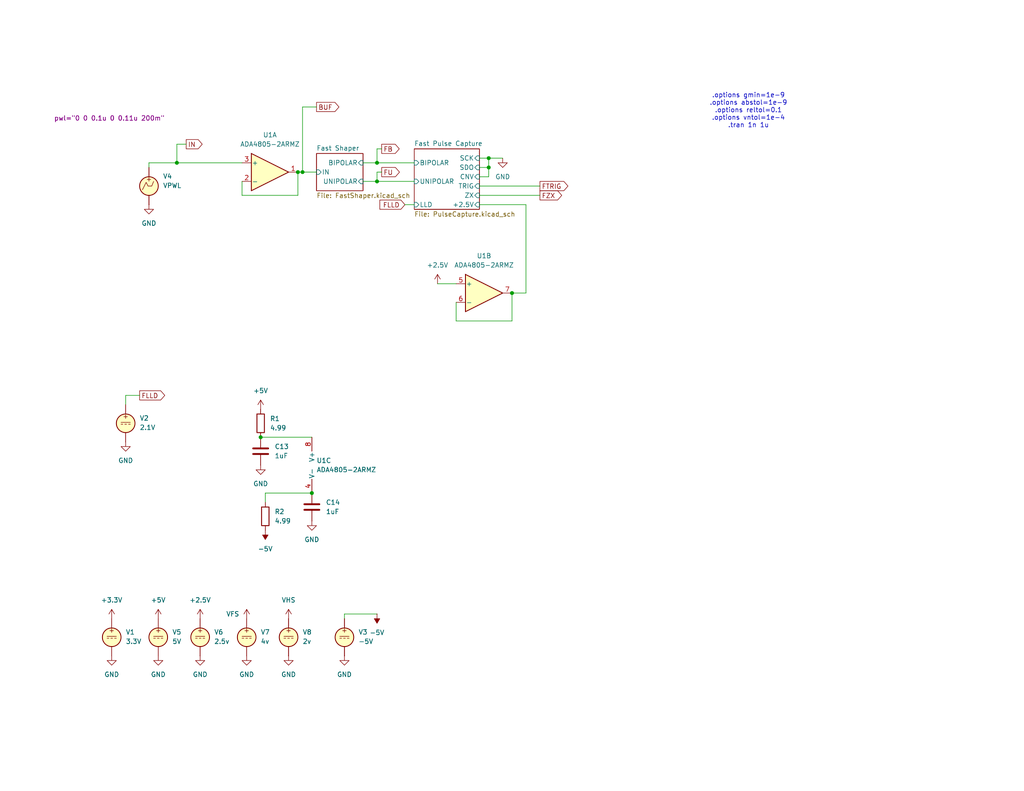
<source format=kicad_sch>
(kicad_sch (version 20250114) (generator "eeschema") (generator_version "9.0")
  (paper "USLetter")
  (title_block (title "QuERI MPU") (date "2024-05-26") (rev "Draft") (company "Noqsi Aerospace Ltd") (comment 1 "15 Blanchard Avenue, Billerica MA 01821") (comment 2 "jpd@noqsi.com"))
  (lib_symbols
    (symbol "ADA4805-2ARMZ_5" (pin_names (offset 0.127))
      (property "Reference" "U" (at 0 5.08 0))
      (property "Value" "ADA4805-2ARMZ" (at 0 -5.08 0))
      (symbol "ADA4805-2ARMZ_5_1_1"
        (polyline (pts (xy -5.08 5.08) (xy 5.08 0) (xy -5.08 -5.08) (xy -5.08 5.08)) (stroke (width 0.254)) (fill (type background)))
        (pin input line (at -7.62 2.54 0) (length 2.54) (name "+") (number "3"))
        (pin input line (at -7.62 -2.54 0) (length 2.54) (name "-") (number "2"))
        (pin output line (at 7.62 0 180) (length 2.54) (name "~") (number "1"))
      )
      (symbol "ADA4805-2ARMZ_5_2_1"
        (polyline (pts (xy -5.08 5.08) (xy 5.08 0) (xy -5.08 -5.08) (xy -5.08 5.08)) (stroke (width 0.254)) (fill (type background)))
        (pin input line (at -7.62 2.54 0) (length 2.54) (name "+") (number "5"))
        (pin input line (at -7.62 -2.54 0) (length 2.54) (name "-") (number "6"))
        (pin output line (at 7.62 0 180) (length 2.54) (name "~") (number "7"))
      )
      (symbol "ADA4805-2ARMZ_5_3_1"
        (pin power_in line (at -2.54 7.62 270) (length 3.81) (name "V+") (number "8"))
        (pin power_in line (at -2.54 -7.62 90) (length 3.81) (name "V-") (number "4"))
      )
    )
    (symbol "ADA4805-2ARMZ_9" (pin_names (offset 0.127))
      (property "Reference" "U" (at 0 5.08 0))
      (property "Value" "ADA4805-2ARMZ" (at 0 -5.08 0))
      (symbol "ADA4805-2ARMZ_9_1_1"
        (polyline (pts (xy -5.08 5.08) (xy 5.08 0) (xy -5.08 -5.08) (xy -5.08 5.08)) (stroke (width 0.254)) (fill (type background)))
        (pin input line (at -7.62 2.54 0) (length 2.54) (name "+") (number "3"))
        (pin input line (at -7.62 -2.54 0) (length 2.54) (name "-") (number "2"))
        (pin output line (at 7.62 0 180) (length 2.54) (name "~") (number "1"))
      )
      (symbol "ADA4805-2ARMZ_9_2_1"
        (polyline (pts (xy -5.08 5.08) (xy 5.08 0) (xy -5.08 -5.08) (xy -5.08 5.08)) (stroke (width 0.254)) (fill (type background)))
        (pin input line (at -7.62 2.54 0) (length 2.54) (name "+") (number "5"))
        (pin input line (at -7.62 -2.54 0) (length 2.54) (name "-") (number "6"))
        (pin output line (at 7.62 0 180) (length 2.54) (name "~") (number "7"))
      )
      (symbol "ADA4805-2ARMZ_9_3_1"
        (pin power_in line (at -2.54 7.62 270) (length 3.81) (name "V+") (number "8"))
        (pin power_in line (at -2.54 -7.62 90) (length 3.81) (name "V-") (number "4"))
      )
    )
    (symbol "QuERI_symbols:+2.5F" (power) (pin_names (offset 0))
      (property "Value" "+2.5F" (at 0 3.556 0))
      (symbol "+2.5F_0_1"
        (polyline (pts (xy -0.762 1.27) (xy 0 2.54)))
        (polyline (pts (xy 0 2.54) (xy 0.762 1.27)))
        (polyline (pts (xy 0 0) (xy 0 2.54)))
      )
      (symbol "+2.5F_1_1"
        (pin power_in line (at 0 0 90) (length 0) (hide yes) (name "+2.5F") (number "1"))
      )
    )
    (symbol "QuERI_symbols:ADA4805-2ARMZ" (pin_names (offset 0.127))
      (property "Reference" "U" (at 0 5.08 0))
      (property "Value" "ADA4805-2ARMZ" (at 0 -5.08 0))
      (symbol "ADA4805-2ARMZ_1_1"
        (polyline (pts (xy -5.08 5.08) (xy 5.08 0) (xy -5.08 -5.08) (xy -5.08 5.08)) (stroke (width 0.254)) (fill (type background)))
        (pin input line (at -7.62 2.54 0) (length 2.54) (name "+") (number "3"))
        (pin input line (at -7.62 -2.54 0) (length 2.54) (name "-") (number "2"))
        (pin output line (at 7.62 0 180) (length 2.54) (name "~") (number "1"))
      )
      (symbol "ADA4805-2ARMZ_2_1"
        (polyline (pts (xy -5.08 5.08) (xy 5.08 0) (xy -5.08 -5.08) (xy -5.08 5.08)) (stroke (width 0.254)) (fill (type background)))
        (pin input line (at -7.62 2.54 0) (length 2.54) (name "+") (number "5"))
        (pin input line (at -7.62 -2.54 0) (length 2.54) (name "-") (number "6"))
        (pin output line (at 7.62 0 180) (length 2.54) (name "~") (number "7"))
      )
      (symbol "ADA4805-2ARMZ_3_1"
        (pin power_in line (at -2.54 7.62 270) (length 3.81) (name "V+") (number "8"))
        (pin power_in line (at -2.54 -7.62 90) (length 3.81) (name "V-") (number "4"))
      )
    )
    (symbol "QuERI_symbols:C" (pin_numbers (hide yes)) (pin_names (offset 0.254))
      (property "Reference" "C" (at 0.635 2.54 0))
      (property "Value" "1uF" (at 0.635 -2.54 0))
      (symbol "C_0_1"
        (polyline (pts (xy -2.032 0.762) (xy 2.032 0.762)) (stroke (width 0.508)))
        (polyline (pts (xy -2.032 -0.762) (xy 2.032 -0.762)) (stroke (width 0.508)))
      )
      (symbol "C_1_1"
        (pin passive line (at 0 3.81 270) (length 2.794) (name "~") (number "1"))
        (pin passive line (at 0 -3.81 90) (length 2.794) (name "~") (number "2"))
      )
    )
    (symbol "QuERI_symbols:Rlowp" (pin_numbers (hide yes)) (pin_names (offset 0))
      (property "Reference" "R" (at 2.032 0 90))
      (property "Value" "Rlowp" (at 0 0 90))
      (symbol "Rlowp_0_1"
        (rectangle (start -1.016 -2.54) (end 1.016 2.54) (stroke (width 0.254)))
      )
      (symbol "Rlowp_1_1"
        (pin passive line (at 0 3.81 270) (length 1.27) (name "~") (number "1"))
        (pin passive line (at 0 -3.81 90) (length 1.27) (name "~") (number "2"))
      )
    )
    (symbol "QuERI_symbols:VFS" (power) (pin_names (offset 0))
      (property "Value" "VFS" (at 0 3.556 0))
      (symbol "VFS_0_1"
        (polyline (pts (xy -0.762 1.27) (xy 0 2.54)))
        (polyline (pts (xy 0 2.54) (xy 0.762 1.27)))
        (polyline (pts (xy 0 0) (xy 0 2.54)))
      )
      (symbol "VFS_1_1"
        (pin power_in line (at 0 0 90) (length 0) (hide yes) (name "+2.5F") (number "1"))
      )
    )
    (symbol "QuERI_symbols:VHS" (power) (pin_names (offset 0))
      (property "Value" "VHS" (at 0 3.556 0))
      (symbol "VHS_0_1"
        (polyline (pts (xy -0.762 1.27) (xy 0 2.54)))
        (polyline (pts (xy 0 2.54) (xy 0.762 1.27)))
        (polyline (pts (xy 0 0) (xy 0 2.54)))
      )
      (symbol "VHS_1_1"
        (pin power_in line (at 0 0 90) (length 0) (hide yes) (name "+2.5F") (number "1"))
      )
    )
    (symbol "Simulation_SPICE:VDC" (pin_numbers (hide yes)) (pin_names (offset 0.0254))
      (property "Reference" "V" (at 2.54 2.54 0))
      (property "Value" "1" (at 2.54 0 0))
      (symbol "VDC_0_0"
        (polyline (pts (xy -1.27 0.254) (xy 1.27 0.254)))
        (polyline (pts (xy -0.762 -0.254) (xy -1.27 -0.254)))
        (polyline (pts (xy 0.254 -0.254) (xy -0.254 -0.254)))
        (polyline (pts (xy 1.27 -0.254) (xy 0.762 -0.254)))
        (text "+" (at 0 1.905 0) (effects (font (size 1.27 1.27))))
      )
      (symbol "VDC_0_1"
        (circle (center 0 0) (radius 2.54) (stroke (width 0.254)) (fill (type background)))
      )
      (symbol "VDC_1_1"
        (pin passive line (at 0 5.08 270) (length 2.54) (name "~") (number "1"))
        (pin passive line (at 0 -5.08 90) (length 2.54) (name "~") (number "2"))
      )
    )
    (symbol "Simulation_SPICE:VPWL" (pin_numbers (hide yes)) (pin_names (offset 0.0254))
      (property "Reference" "V" (at 2.54 2.54 0))
      (property "Value" "VPWL" (at 2.54 0 0))
      (property "Sim.Params" "pwl=\"0 -1 50n -1 51n 0 97n 1 171n -1 200n -1\"" (at 2.54 -2.54 0))
      (symbol "VPWL_0_0"
        (polyline (pts (xy -1.778 -1.016) (xy -0.762 1.016) (xy -0.254 0) (xy 0.762 0) (xy 1.27 1.27)))
        (text "+" (at 0 1.905 0) (effects (font (size 1.27 1.27))))
      )
      (symbol "VPWL_0_1"
        (circle (center 0 0) (radius 2.54) (stroke (width 0.254)) (fill (type background)))
      )
      (symbol "VPWL_1_1"
        (pin passive line (at 0 5.08 270) (length 2.54) (name "~") (number "1"))
        (pin passive line (at 0 -5.08 90) (length 2.54) (name "~") (number "2"))
      )
    )
    (symbol "power:+3.3V" (power) (pin_numbers (hide yes)) (pin_names (offset 0) (hide yes))
      (property "Value" "+3.3V" (at 0 3.556 0))
      (symbol "+3.3V_0_1"
        (polyline (pts (xy -0.762 1.27) (xy 0 2.54)))
        (polyline (pts (xy 0 2.54) (xy 0.762 1.27)))
        (polyline (pts (xy 0 0) (xy 0 2.54)))
      )
      (symbol "+3.3V_1_1"
        (pin power_in line (at 0 0 90) (length 0) (name "~") (number "1"))
      )
    )
    (symbol "power:+5V" (power) (pin_numbers (hide yes)) (pin_names (offset 0) (hide yes))
      (property "Value" "+5V" (at 0 3.556 0))
      (symbol "+5V_0_1"
        (polyline (pts (xy -0.762 1.27) (xy 0 2.54)))
        (polyline (pts (xy 0 2.54) (xy 0.762 1.27)))
        (polyline (pts (xy 0 0) (xy 0 2.54)))
      )
      (symbol "+5V_1_1"
        (pin power_in line (at 0 0 90) (length 0) (name "~") (number "1"))
      )
    )
    (symbol "power:-5V" (power) (pin_numbers (hide yes)) (pin_names (offset 0) (hide yes))
      (property "Value" "-5V" (at 0 3.556 0))
      (symbol "-5V_0_0"
        (pin power_in line (at 0 0 90) (length 0) (name "~") (number "1"))
      )
      (symbol "-5V_0_1"
        (polyline (pts (xy 0 0) (xy 0 1.27) (xy 0.762 1.27) (xy 0 2.54) (xy -0.762 1.27) (xy 0 1.27)) (fill (type outline)))
      )
    )
    (symbol "power:GND" (power) (pin_numbers (hide yes)) (pin_names (offset 0) (hide yes))
      (property "Value" "GND" (at 0 -3.81 0))
      (symbol "GND_0_1"
        (polyline (pts (xy 0 0) (xy 0 -1.27) (xy 1.27 -1.27) (xy 0 -2.54) (xy -1.27 -1.27) (xy 0 -1.27)))
      )
      (symbol "GND_1_1"
        (pin power_in line (at 0 0 270) (length 0) (name "~") (number "1"))
      )
    )
  )
  (text ".options gmin=1e-9\n.options abstol=1e-9\n.options reltol=0.1\n.options vntol=1e-4\n.tran 1n 1u" (at 204.216 30.226 0) (effects (font (size 1.27 1.27))))
  (junction (at 133.35 45.72))
  (junction (at 71.12 119.38))
  (junction (at 139.7 80.01))
  (junction (at 133.35 43.18))
  (junction (at 82.55 46.99))
  (junction (at 102.87 49.53))
  (junction (at 85.09 134.62))
  (junction (at 102.87 44.45))
  (junction (at 81.28 46.99))
  (junction (at 48.26 44.45))
  (wire (pts (xy 102.87 40.64) (xy 102.87 44.45)))
  (wire (pts (xy 99.06 49.53) (xy 102.87 49.53)))
  (wire (pts (xy 48.26 39.37) (xy 48.26 44.45)))
  (wire (pts (xy 130.81 43.18) (xy 133.35 43.18)))
  (wire (pts (xy 130.81 50.8) (xy 147.32 50.8)))
  (wire (pts (xy 66.04 53.34) (xy 81.28 53.34)))
  (wire (pts (xy 130.81 53.34) (xy 147.32 53.34)))
  (wire (pts (xy 124.46 87.63) (xy 139.7 87.63)))
  (wire (pts (xy 34.29 107.95) (xy 34.29 110.49)))
  (wire (pts (xy 102.87 167.64) (xy 93.98 167.64)))
  (wire (pts (xy 124.46 82.55) (xy 124.46 87.63)))
  (wire (pts (xy 38.1 107.95) (xy 34.29 107.95)))
  (wire (pts (xy 71.12 119.38) (xy 85.09 119.38)))
  (wire (pts (xy 143.51 80.01) (xy 143.51 55.88)))
  (wire (pts (xy 102.87 44.45) (xy 113.03 44.45)))
  (wire (pts (xy 130.81 48.26) (xy 133.35 48.26)))
  (wire (pts (xy 50.8 39.37) (xy 48.26 39.37)))
  (wire (pts (xy 72.39 134.62) (xy 85.09 134.62)))
  (wire (pts (xy 119.38 77.47) (xy 124.46 77.47)))
  (wire (pts (xy 110.49 55.88) (xy 113.03 55.88)))
  (wire (pts (xy 48.26 44.45) (xy 66.04 44.45)))
  (wire (pts (xy 66.04 49.53) (xy 66.04 53.34)))
  (wire (pts (xy 102.87 49.53) (xy 113.03 49.53)))
  (wire (pts (xy 72.39 137.16) (xy 72.39 134.62)))
  (wire (pts (xy 133.35 45.72) (xy 133.35 43.18)))
  (wire (pts (xy 40.64 44.45) (xy 40.64 45.72)))
  (wire (pts (xy 104.14 40.64) (xy 102.87 40.64)))
  (wire (pts (xy 40.64 44.45) (xy 48.26 44.45)))
  (wire (pts (xy 102.87 46.99) (xy 102.87 49.53)))
  (wire (pts (xy 139.7 80.01) (xy 143.51 80.01)))
  (wire (pts (xy 82.55 29.21) (xy 82.55 46.99)))
  (wire (pts (xy 81.28 46.99) (xy 82.55 46.99)))
  (wire (pts (xy 139.7 87.63) (xy 139.7 80.01)))
  (wire (pts (xy 86.36 29.21) (xy 82.55 29.21)))
  (wire (pts (xy 133.35 48.26) (xy 133.35 45.72)))
  (wire (pts (xy 143.51 55.88) (xy 130.81 55.88)))
  (wire (pts (xy 133.35 43.18) (xy 137.16 43.18)))
  (wire (pts (xy 81.28 53.34) (xy 81.28 46.99)))
  (wire (pts (xy 104.14 46.99) (xy 102.87 46.99)))
  (wire (pts (xy 130.81 45.72) (xy 133.35 45.72)))
  (wire (pts (xy 82.55 46.99) (xy 86.36 46.99)))
  (wire (pts (xy 93.98 167.64) (xy 93.98 168.91)))
  (wire (pts (xy 99.06 44.45) (xy 102.87 44.45)))
  (global_label "FU" (shape output) (at 104.14 46.99 0) (property "Intersheetrefs" "${INTERSHEET_REFS}" (effects (hide yes))))
  (global_label "BUF" (shape output) (at 86.36 29.21 0) (property "Intersheetrefs" "${INTERSHEET_REFS}" (effects (hide yes))))
  (global_label "FZX" (shape output) (at 147.32 53.34 0) (property "Intersheetrefs" "${INTERSHEET_REFS}" (effects (hide yes))))
  (global_label "FTRIG" (shape output) (at 147.32 50.8 0) (property "Intersheetrefs" "${INTERSHEET_REFS}" (effects (hide yes))))
  (global_label "FLLD" (shape input) (at 110.49 55.88 180) (property "Intersheetrefs" "${INTERSHEET_REFS}" (effects (hide yes))))
  (global_label "FB" (shape output) (at 104.14 40.64 0) (property "Intersheetrefs" "${INTERSHEET_REFS}" (effects (hide yes))))
  (global_label "FLLD" (shape output) (at 38.1 107.95 0) (property "Intersheetrefs" "${INTERSHEET_REFS}" (effects (hide yes))))
  (global_label "IN" (shape output) (at 50.8 39.37 0) (property "Intersheetrefs" "${INTERSHEET_REFS}" (effects (hide yes))))
  (symbol (lib_id "QuERI_symbols:C") (at 85.09 138.43 0) (unit 1)
    (property "Reference" "C14" (at 88.9 137.16 0) (effects (justify left)))
    (property "Value" "1uF" (at 88.9 139.7 0) (effects (justify left)))
    (property "Footprint" "Capacitor_SMD:C_0805_2012Metric" (effects (hide yes)))
    (property "Description" "Unpolarized capacitor" (effects (hide yes)))
    (property "Spec" "16WVDC X7R" (effects (hide yes)))
  )
  (symbol (lib_id "Simulation_SPICE:VDC") (at 93.98 173.99 0) (unit 1)
    (property "Reference" "V3" (at 97.79 172.5901 0) (effects (justify left)))
    (property "Value" "-5V" (at 97.79 175.1301 0) (effects (justify left)))
    (property "Datasheet" "https://ngspice.sourceforge.io/docs/ngspice-html-manual/manual.xhtml#sec_Independent_Sources_for" (effects (hide yes)))
    (property "Description" "Voltage source, DC" (effects (hide yes)))
    (property "Sim.Pins" "1=+ 2=-" (effects (hide yes)))
    (property "Sim.Type" "DC" (effects (hide yes)))
    (property "Sim.Device" "V" (effects (hide yes)))
  )
  (symbol (lib_id "QuERI_symbols:ADA4805-2ARMZ") (at 73.66 46.99 0) (unit 1)
    (property "Reference" "U1" (at 73.66 36.83 0))
    (property "Value" "ADA4805-2ARMZ" (at 73.66 39.37 0))
    (property "Footprint" "Package_SO:MSOP-8_3x3mm_P0.65mm" (effects (hide yes)))
    (property "Datasheet" "https://www.analog.com/media/en/technical-documentation/data-sheets/ADA4805-1_4805-2.pdf" (effects (hide yes)))
    (property "Description" "Dual Operational Amplifiers, DIP-8/SOIC-8/TSSOP-8/VSSOP-8" (effects (hide yes)))
    (property "Sim.Library" "ADA4805_msop.mod" (effects (hide yes)))
    (property "Sim.Name" "ADA4805_msop" (effects (hide yes)))
    (property "Sim.Device" "SUBCKT" (effects (hide yes)))
    (property "Sim.Pins" "1=1 2=2 3=3 4=4 5=5 6=6 7=7 8=8" (effects (hide yes)))
  )
  (symbol (lib_id "Simulation_SPICE:VDC") (at 34.29 115.57 0) (unit 1)
    (property "Reference" "V2" (at 38.1 114.1701 0) (effects (justify left)))
    (property "Value" "2.1V" (at 38.1 116.7101 0) (effects (justify left)))
    (property "Datasheet" "https://ngspice.sourceforge.io/docs/ngspice-html-manual/manual.xhtml#sec_Independent_Sources_for" (effects (hide yes)))
    (property "Description" "Voltage source, DC" (effects (hide yes)))
    (property "Sim.Pins" "1=+ 2=-" (effects (hide yes)))
    (property "Sim.Type" "DC" (effects (hide yes)))
    (property "Sim.Device" "V" (effects (hide yes)))
  )
  (symbol (lib_id "power:GND") (at 85.09 142.24 0) (unit 1)
    (property "Reference" "#PWR037" (effects (hide yes)))
    (property "Value" "GND" (at 85.09 147.32 0))
    (property "Description" "Power symbol creates a global label with name \"GND\" , ground" (effects (hide yes)))
  )
  (symbol (lib_id "Simulation_SPICE:VDC") (at 67.31 173.99 0) (unit 1)
    (property "Reference" "V7" (at 71.12 172.5901 0) (effects (justify left)))
    (property "Value" "4v" (at 71.12 175.1301 0) (effects (justify left)))
    (property "Datasheet" "https://ngspice.sourceforge.io/docs/ngspice-html-manual/manual.xhtml#sec_Independent_Sources_for" (effects (hide yes)))
    (property "Description" "Voltage source, DC" (effects (hide yes)))
    (property "Sim.Pins" "1=+ 2=-" (effects (hide yes)))
    (property "Sim.Type" "DC" (effects (hide yes)))
    (property "Sim.Device" "V" (effects (hide yes)))
  )
  (symbol (lib_id "power:-5V") (at 102.87 167.64 0) (mirror x) (unit 1)
    (property "Reference" "#PWR035" (effects (hide yes)))
    (property "Value" "-5V" (at 102.87 172.72 0))
    (property "Description" "Power symbol creates a global label with name \"-5V\"" (effects (hide yes)))
  )
  (symbol (lib_id "power:-5V") (at 72.39 144.78 0) (mirror x) (unit 1)
    (property "Reference" "#PWR018" (effects (hide yes)))
    (property "Value" "-5V" (at 72.39 149.86 0))
    (property "Description" "Power symbol creates a global label with name \"-5V\"" (effects (hide yes)))
  )
  (symbol (lib_id "power:+3.3V") (at 30.48 168.91 0) (unit 1)
    (property "Reference" "#PWR01" (effects (hide yes)))
    (property "Value" "+3.3V" (at 30.48 163.83 0))
    (property "Description" "Power symbol creates a global label with name \"+3.3V\"" (effects (hide yes)))
  )
  (symbol (lib_id "Simulation_SPICE:VDC") (at 78.74 173.99 0) (unit 1)
    (property "Reference" "V8" (at 82.55 172.5901 0) (effects (justify left)))
    (property "Value" "2v" (at 82.55 175.1301 0) (effects (justify left)))
    (property "Datasheet" "https://ngspice.sourceforge.io/docs/ngspice-html-manual/manual.xhtml#sec_Independent_Sources_for" (effects (hide yes)))
    (property "Description" "Voltage source, DC" (effects (hide yes)))
    (property "Sim.Pins" "1=+ 2=-" (effects (hide yes)))
    (property "Sim.Type" "DC" (effects (hide yes)))
    (property "Sim.Device" "V" (effects (hide yes)))
  )
  (symbol (lib_id "power:GND") (at 71.12 127 0) (unit 1)
    (property "Reference" "#PWR016" (effects (hide yes)))
    (property "Value" "GND" (at 71.12 132.08 0))
    (property "Description" "Power symbol creates a global label with name \"GND\" , ground" (effects (hide yes)))
  )
  (symbol (lib_id "power:GND") (at 34.29 120.65 0) (unit 1)
    (property "Reference" "#PWR03" (effects (hide yes)))
    (property "Value" "GND" (at 34.29 125.73 0))
    (property "Description" "Power symbol creates a global label with name \"GND\" , ground" (effects (hide yes)))
  )
  (symbol (lib_id "QuERI_symbols:Rlowp") (at 72.39 140.97 0) (unit 1)
    (property "Reference" "R2" (at 74.93 139.7 0) (effects (justify left)))
    (property "Value" "4.99" (at 74.93 142.24 0) (effects (justify left)))
    (property "Footprint" "Resistor_SMD:R_0603_1608Metric" (effects (hide yes)))
    (property "Description" "Resistor" (effects (hide yes)))
    (property "Spec" "1% 1/10W" (effects (hide yes)))
  )
  (symbol (lib_id "power:GND") (at 67.31 179.07 0) (unit 1)
    (property "Reference" "#PWR012" (effects (hide yes)))
    (property "Value" "GND" (at 67.31 184.15 0))
    (property "Description" "Power symbol creates a global label with name \"GND\" , ground" (effects (hide yes)))
  )
  (symbol (lib_id "power:GND") (at 93.98 179.07 0) (unit 1)
    (property "Reference" "#PWR04" (effects (hide yes)))
    (property "Value" "GND" (at 93.98 184.15 0))
    (property "Description" "Power symbol creates a global label with name \"GND\" , ground" (effects (hide yes)))
  )
  (symbol (lib_id "power:+5V") (at 71.12 111.76 0) (unit 1)
    (property "Reference" "#PWR015" (effects (hide yes)))
    (property "Value" "+5V" (at 71.12 106.68 0))
    (property "Description" "Power symbol creates a global label with name \"+5V\"" (effects (hide yes)))
  )
  (symbol (lib_id "Simulation_SPICE:VDC") (at 54.61 173.99 0) (unit 1)
    (property "Reference" "V6" (at 58.42 172.5901 0) (effects (justify left)))
    (property "Value" "2.5v" (at 58.42 175.1301 0) (effects (justify left)))
    (property "Datasheet" "https://ngspice.sourceforge.io/docs/ngspice-html-manual/manual.xhtml#sec_Independent_Sources_for" (effects (hide yes)))
    (property "Description" "Voltage source, DC" (effects (hide yes)))
    (property "Sim.Pins" "1=+ 2=-" (effects (hide yes)))
    (property "Sim.Type" "DC" (effects (hide yes)))
    (property "Sim.Device" "V" (effects (hide yes)))
  )
  (symbol (lib_id "QuERI_symbols:C") (at 71.12 123.19 0) (unit 1)
    (property "Reference" "C13" (at 74.93 121.92 0) (effects (justify left)))
    (property "Value" "1uF" (at 74.93 124.46 0) (effects (justify left)))
    (property "Footprint" "Capacitor_SMD:C_0805_2012Metric" (effects (hide yes)))
    (property "Description" "Unpolarized capacitor" (effects (hide yes)))
    (property "Spec" "16WVDC X7R" (effects (hide yes)))
  )
  (symbol (lib_id "power:GND") (at 30.48 179.07 0) (unit 1)
    (property "Reference" "#PWR02" (effects (hide yes)))
    (property "Value" "GND" (at 30.48 184.15 0))
    (property "Description" "Power symbol creates a global label with name \"GND\" , ground" (effects (hide yes)))
  )
  (symbol (lib_id "power:GND") (at 43.18 179.07 0) (unit 1)
    (property "Reference" "#PWR07" (effects (hide yes)))
    (property "Value" "GND" (at 43.18 184.15 0))
    (property "Description" "Power symbol creates a global label with name \"GND\" , ground" (effects (hide yes)))
  )
  (symbol (lib_id "Simulation_SPICE:VDC") (at 30.48 173.99 0) (unit 1)
    (property "Reference" "V1" (at 34.29 172.5901 0) (effects (justify left)))
    (property "Value" "3.3V" (at 34.29 175.1301 0) (effects (justify left)))
    (property "Datasheet" "https://ngspice.sourceforge.io/docs/ngspice-html-manual/manual.xhtml#sec_Independent_Sources_for" (effects (hide yes)))
    (property "Description" "Voltage source, DC" (effects (hide yes)))
    (property "Sim.Pins" "1=+ 2=-" (effects (hide yes)))
    (property "Sim.Type" "DC" (effects (hide yes)))
    (property "Sim.Device" "V" (effects (hide yes)))
  )
  (symbol (lib_name "ADA4805-2ARMZ_5") (lib_id "QuERI_symbols:ADA4805-2ARMZ") (at 132.08 80.01 0) (unit 2)
    (property "Reference" "U1" (at 132.08 69.85 0))
    (property "Value" "ADA4805-2ARMZ" (at 132.08 72.39 0))
    (property "Footprint" "Package_SO:MSOP-8_3x3mm_P0.65mm" (effects (hide yes)))
    (property "Datasheet" "https://www.analog.com/media/en/technical-documentation/data-sheets/ADA4805-1_4805-2.pdf" (effects (hide yes)))
    (property "Description" "Dual Operational Amplifiers, DIP-8/SOIC-8/TSSOP-8/VSSOP-8" (effects (hide yes)))
    (property "Sim.Library" "ADA4805_msop.mod" (effects (hide yes)))
    (property "Sim.Name" "ADA4805_msop" (effects (hide yes)))
    (property "Sim.Device" "SUBCKT" (effects (hide yes)))
    (property "Sim.Pins" "1=1 2=2 3=3 4=4 5=5 6=6 7=7 8=8" (effects (hide yes)))
  )
  (symbol (lib_id "power:GND") (at 40.64 55.88 0) (unit 1)
    (property "Reference" "#PWR05" (effects (hide yes)))
    (property "Value" "GND" (at 40.64 60.96 0))
    (property "Description" "Power symbol creates a global label with name \"GND\" , ground" (effects (hide yes)))
  )
  (symbol (lib_id "QuERI_symbols:VFS") (at 67.31 168.91 0) (unit 1)
    (property "Reference" "#PWR011" (effects (hide yes)))
    (property "Value" "VFS" (at 63.5 167.64 0))
    (property "Description" "Power symbol for full scale ADC voltage" (effects (hide yes)))
  )
  (symbol (lib_id "power:GND") (at 137.16 43.18 0) (unit 1)
    (property "Reference" "#PWR017" (effects (hide yes)))
    (property "Value" "GND" (at 137.16 48.26 0))
    (property "Description" "Power symbol creates a global label with name \"GND\" , ground" (effects (hide yes)))
  )
  (symbol (lib_id "QuERI_symbols:VHS") (at 78.74 168.91 0) (unit 1)
    (property "Reference" "#PWR013" (effects (hide yes)))
    (property "Value" "VHS" (at 78.74 163.83 0))
    (property "Description" "Power symbol for half scale ADC voltage" (effects (hide yes)))
  )
  (symbol (lib_id "QuERI_symbols:Rlowp") (at 71.12 115.57 0) (unit 1)
    (property "Reference" "R1" (at 73.66 114.3 0) (effects (justify left)))
    (property "Value" "4.99" (at 73.66 116.84 0) (effects (justify left)))
    (property "Footprint" "Resistor_SMD:R_0603_1608Metric" (effects (hide yes)))
    (property "Description" "Resistor" (effects (hide yes)))
    (property "Spec" "1% 1/10W" (effects (hide yes)))
  )
  (symbol (lib_id "power:GND") (at 78.74 179.07 0) (unit 1)
    (property "Reference" "#PWR014" (effects (hide yes)))
    (property "Value" "GND" (at 78.74 184.15 0))
    (property "Description" "Power symbol creates a global label with name \"GND\" , ground" (effects (hide yes)))
  )
  (symbol (lib_id "power:+5V") (at 43.18 168.91 0) (unit 1)
    (property "Reference" "#PWR06" (effects (hide yes)))
    (property "Value" "+5V" (at 43.18 163.83 0))
    (property "Description" "Power symbol creates a global label with name \"+5V\"" (effects (hide yes)))
  )
  (symbol (lib_id "QuERI_symbols:+2.5F") (at 119.38 77.47 0) (unit 1)
    (property "Reference" "#PWR010" (effects (hide yes)))
    (property "Value" "+2.5V" (at 119.38 72.39 0))
    (property "Description" "Power symbol creates a global label with name \"+2.5F\"" (effects (hide yes)))
  )
  (symbol (lib_name "ADA4805-2ARMZ_9") (lib_id "QuERI_symbols:ADA4805-2ARMZ") (at 87.63 127 0) (unit 3)
    (property "Reference" "U1" (at 86.36 125.73 0) (effects (justify left)))
    (property "Value" "ADA4805-2ARMZ" (at 86.36 128.27 0) (effects (justify left)))
    (property "Footprint" "Package_SO:MSOP-8_3x3mm_P0.65mm" (effects (hide yes)))
    (property "Datasheet" "https://www.analog.com/media/en/technical-documentation/data-sheets/ADA4805-1_4805-2.pdf" (effects (hide yes)))
    (property "Description" "Dual Operational Amplifiers, DIP-8/SOIC-8/TSSOP-8/VSSOP-8" (effects (hide yes)))
    (property "Sim.Library" "ADA4805_msop.mod" (effects (hide yes)))
    (property "Sim.Name" "ADA4805_msop" (effects (hide yes)))
    (property "Sim.Device" "SUBCKT" (effects (hide yes)))
    (property "Sim.Pins" "1=1 2=2 3=3 4=4 5=5 6=6 7=7 8=8" (effects (hide yes)))
  )
  (symbol (lib_id "power:GND") (at 54.61 179.07 0) (unit 1)
    (property "Reference" "#PWR09" (effects (hide yes)))
    (property "Value" "GND" (at 54.61 184.15 0))
    (property "Description" "Power symbol creates a global label with name \"GND\" , ground" (effects (hide yes)))
  )
  (symbol (lib_id "Simulation_SPICE:VPWL") (at 40.64 50.8 0) (unit 1)
    (property "Reference" "V4" (at 44.45 48.1301 0) (effects (justify left)))
    (property "Value" "VPWL" (at 44.45 50.6701 0) (effects (justify left)))
    (property "Datasheet" "https://ngspice.sourceforge.io/docs/ngspice-html-manual/manual.xhtml#sec_Independent_Sources_for" (effects (hide yes)))
    (property "Description" "Voltage source, piece-wise linear" (effects (hide yes)))
    (property "Sim.Pins" "1=+ 2=-" (effects (hide yes)))
    (property "Sim.Device" "V" (effects (hide yes)))
    (property "Sim.Params" "pwl=\"0 0 0.1u 0 0.11u 200m\"" (at 14.732 32.258 0) (effects (justify left)))
    (property "Sim.Type" "PWL" (effects (hide yes)))
  )
  (symbol (lib_id "QuERI_symbols:+2.5F") (at 54.61 168.91 0) (unit 1)
    (property "Reference" "#PWR08" (effects (hide yes)))
    (property "Value" "+2.5V" (at 54.61 163.83 0))
    (property "Description" "Power symbol creates a global label with name \"+2.5F\"" (effects (hide yes)))
  )
  (symbol (lib_id "Simulation_SPICE:VDC") (at 43.18 173.99 0) (unit 1)
    (property "Reference" "V5" (at 46.99 172.5901 0) (effects (justify left)))
    (property "Value" "5V" (at 46.99 175.1301 0) (effects (justify left)))
    (property "Datasheet" "https://ngspice.sourceforge.io/docs/ngspice-html-manual/manual.xhtml#sec_Independent_Sources_for" (effects (hide yes)))
    (property "Description" "Voltage source, DC" (effects (hide yes)))
    (property "Sim.Pins" "1=+ 2=-" (effects (hide yes)))
    (property "Sim.Type" "DC" (effects (hide yes)))
    (property "Sim.Device" "V" (effects (hide yes)))
  )
  (sheet (at 113.03 40.64) (size 17.78 16.51) (stroke (width 0.1524))
    (property "Sheetname" "Fast Pulse Capture" (at 113.03 39.9284 0) (effects (justify left bottom)))
    (property "Sheetfile" "PulseCapture.kicad_sch" (at 113.03 57.7346 0) (effects (justify left top)))
    (pin "UNIPOLAR" input (at 113.03 49.53 180))
    (pin "BIPOLAR" input (at 113.03 44.45 180))
    (pin "SCK" input (at 130.81 43.18 0))
    (pin "SDO" input (at 130.81 45.72 0))
    (pin "CNV" input (at 130.81 48.26 0))
    (pin "TRIG" input (at 130.81 50.8 0))
    (pin "ZX" input (at 130.81 53.34 0))
    (pin "+2.5V" input (at 130.81 55.88 0))
    (pin "LLD" input (at 113.03 55.88 180))
  )
  (sheet (at 86.36 41.91) (size 12.7 10.16) (stroke (width 0.1524))
    (property "Sheetname" "Fast Shaper" (at 86.36 41.1984 0) (effects (justify left bottom)))
    (property "Sheetfile" "FastShaper.kicad_sch" (at 86.36 52.6546 0) (effects (justify left top)))
    (pin "IN" input (at 86.36 46.99 180))
    (pin "BIPOLAR" input (at 99.06 44.45 0))
    (pin "UNIPOLAR" input (at 99.06 49.53 0))
  )
)
</source>
